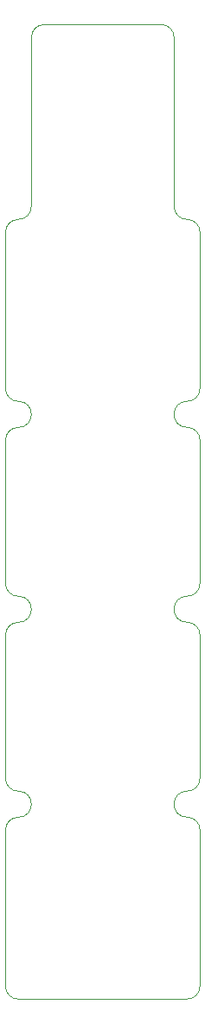
<source format=gm1>
%TF.GenerationSoftware,KiCad,Pcbnew,(6.0.1-0)*%
%TF.CreationDate,2022-02-06T12:01:48+08:00*%
%TF.ProjectId,Phalanx,5068616c-616e-4782-9e6b-696361645f70,rev?*%
%TF.SameCoordinates,Original*%
%TF.FileFunction,Profile,NP*%
%FSLAX46Y46*%
G04 Gerber Fmt 4.6, Leading zero omitted, Abs format (unit mm)*
G04 Created by KiCad (PCBNEW (6.0.1-0)) date 2022-02-06 12:01:48*
%MOMM*%
%LPD*%
G01*
G04 APERTURE LIST*
%TA.AperFunction,Profile*%
%ADD10C,0.100000*%
%TD*%
G04 APERTURE END LIST*
D10*
X111125000Y-109855000D02*
G75*
G03*
X109855000Y-108585000I-1269999J1D01*
G01*
X93345000Y-127635000D02*
G75*
G03*
X93345000Y-125095000I0J1270000D01*
G01*
X111125000Y-104775000D02*
X111125000Y-90805000D01*
X92075000Y-144145000D02*
G75*
G03*
X93345000Y-145415000I1269999J-1D01*
G01*
X111125000Y-85725000D02*
X111125000Y-70485000D01*
X109855000Y-106045000D02*
G75*
G03*
X109855000Y-108585000I0J-1270000D01*
G01*
X111125000Y-70485000D02*
G75*
G03*
X109855000Y-69215000I-1269999J1D01*
G01*
X93345000Y-108585000D02*
G75*
G03*
X92075000Y-109855000I-1J-1269999D01*
G01*
X93345000Y-89535000D02*
G75*
G03*
X92075000Y-90805000I-1J-1269999D01*
G01*
X108585000Y-67945000D02*
G75*
G03*
X109855000Y-69215000I1269999J-1D01*
G01*
X107315000Y-50165000D02*
X95885000Y-50165000D01*
X92075000Y-85725000D02*
G75*
G03*
X93345000Y-86995000I1269999J-1D01*
G01*
X109855000Y-86995000D02*
G75*
G03*
X111125000Y-85725000I1J1269999D01*
G01*
X92075000Y-123825000D02*
G75*
G03*
X93345000Y-125095000I1269999J-1D01*
G01*
X109855000Y-106045000D02*
G75*
G03*
X111125000Y-104775000I1J1269999D01*
G01*
X111125000Y-123825000D02*
X111125000Y-109855000D01*
X109855000Y-125095000D02*
G75*
G03*
X109855000Y-127635000I0J-1270000D01*
G01*
X93345000Y-108585000D02*
G75*
G03*
X93345000Y-106045000I0J1270000D01*
G01*
X111125000Y-90805000D02*
G75*
G03*
X109855000Y-89535000I-1269999J1D01*
G01*
X108585000Y-51435000D02*
G75*
G03*
X107315000Y-50165000I-1269999J1D01*
G01*
X95885000Y-50165000D02*
G75*
G03*
X94615000Y-51435000I-1J-1269999D01*
G01*
X92075000Y-90805000D02*
X92075000Y-104775000D01*
X93345000Y-69215000D02*
G75*
G03*
X92075000Y-70485000I-1J-1269999D01*
G01*
X93345000Y-127635000D02*
G75*
G03*
X92075000Y-128905000I-1J-1269999D01*
G01*
X92075000Y-109855000D02*
X92075000Y-123825000D01*
X109855000Y-145415000D02*
G75*
G03*
X111125000Y-144145000I1J1269999D01*
G01*
X93345000Y-69215000D02*
G75*
G03*
X94615000Y-67945000I1J1269999D01*
G01*
X92075000Y-128905000D02*
X92075000Y-144145000D01*
X111125000Y-128905000D02*
G75*
G03*
X109855000Y-127635000I-1269999J1D01*
G01*
X93345000Y-145415000D02*
X109855000Y-145415000D01*
X92075000Y-104775000D02*
G75*
G03*
X93345000Y-106045000I1269999J-1D01*
G01*
X109855000Y-125095000D02*
G75*
G03*
X111125000Y-123825000I1J1269999D01*
G01*
X109855000Y-86995000D02*
G75*
G03*
X109855000Y-89535000I0J-1270000D01*
G01*
X94615000Y-51435000D02*
X94615000Y-67945000D01*
X93345000Y-89535000D02*
G75*
G03*
X93345000Y-86995000I0J1270000D01*
G01*
X111125000Y-144145000D02*
X111125000Y-128905000D01*
X108585000Y-67945000D02*
X108585000Y-51435000D01*
X92075000Y-70485000D02*
X92075000Y-85725000D01*
M02*

</source>
